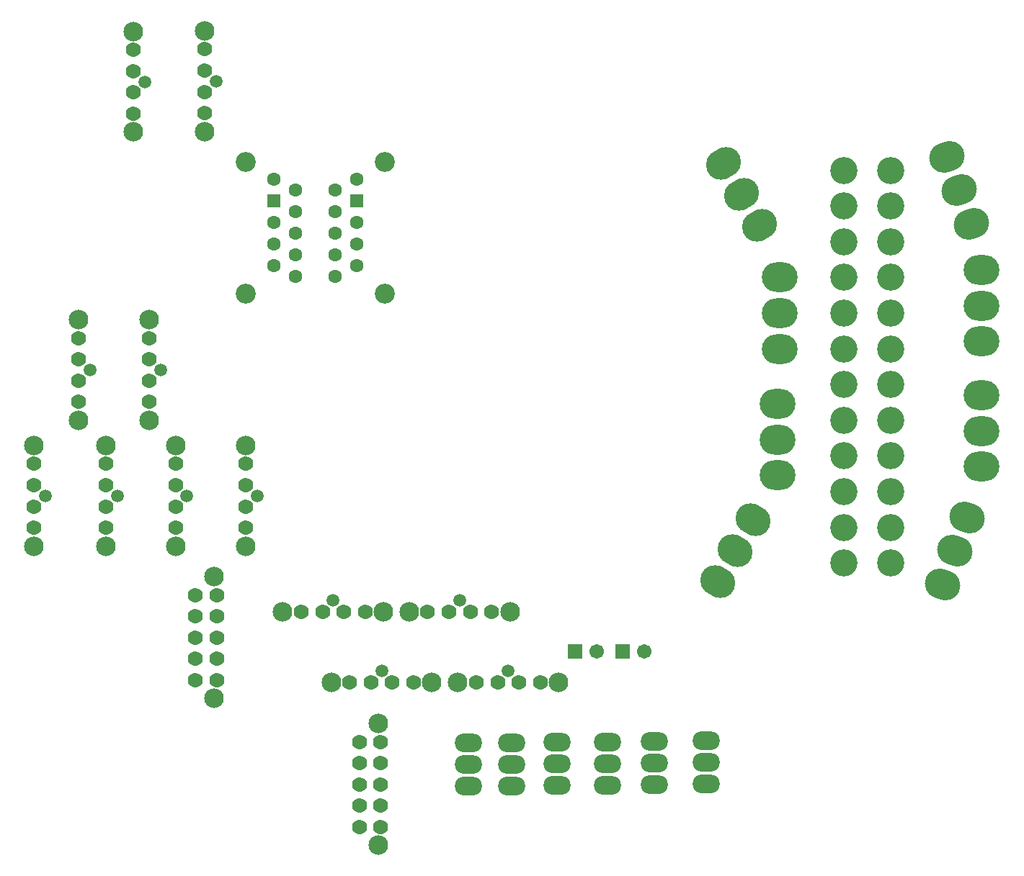
<source format=gbs>
G04*
G04 #@! TF.GenerationSoftware,Altium Limited,Altium Designer,18.1.9 (240)*
G04*
G04 Layer_Color=16711935*
%FSLAX25Y25*%
%MOIN*%
G70*
G01*
G75*
%ADD17R,0.06706X0.06706*%
%ADD18C,0.06706*%
%ADD19C,0.05918*%
%ADD20C,0.06942*%
%ADD21C,0.09068*%
%ADD22O,0.12611X0.08674*%
%ADD23C,0.12611*%
G04:AMPARAMS|DCode=24|XSize=137.92mil|YSize=165.48mil|CornerRadius=0mil|HoleSize=0mil|Usage=FLASHONLY|Rotation=60.000|XOffset=0mil|YOffset=0mil|HoleType=Round|Shape=Round|*
%AMOVALD24*
21,1,0.02756,0.13792,0.00000,0.00000,150.0*
1,1,0.13792,0.01193,-0.00689*
1,1,0.13792,-0.01193,0.00689*
%
%ADD24OVALD24*%

G04:AMPARAMS|DCode=25|XSize=137.92mil|YSize=165.48mil|CornerRadius=0mil|HoleSize=0mil|Usage=FLASHONLY|Rotation=250.000|XOffset=0mil|YOffset=0mil|HoleType=Round|Shape=Round|*
%AMOVALD25*
21,1,0.02756,0.13792,0.00000,0.00000,340.0*
1,1,0.13792,-0.01295,0.00471*
1,1,0.13792,0.01295,-0.00471*
%
%ADD25OVALD25*%

%ADD26O,0.16548X0.13792*%
G04:AMPARAMS|DCode=27|XSize=137.92mil|YSize=165.48mil|CornerRadius=0mil|HoleSize=0mil|Usage=FLASHONLY|Rotation=120.000|XOffset=0mil|YOffset=0mil|HoleType=Round|Shape=Round|*
%AMOVALD27*
21,1,0.02756,0.13792,0.00000,0.00000,210.0*
1,1,0.13792,0.01193,0.00689*
1,1,0.13792,-0.01193,-0.00689*
%
%ADD27OVALD27*%

%ADD28C,0.06312*%
%ADD29R,0.06312X0.06312*%
%ADD30C,0.09265*%
G04:AMPARAMS|DCode=31|XSize=137.92mil|YSize=165.48mil|CornerRadius=0mil|HoleSize=0mil|Usage=FLASHONLY|Rotation=290.000|XOffset=0mil|YOffset=0mil|HoleType=Round|Shape=Round|*
%AMOVALD31*
21,1,0.02756,0.13792,0.00000,0.00000,20.0*
1,1,0.13792,-0.01295,-0.00471*
1,1,0.13792,0.01295,0.00471*
%
%ADD31OVALD31*%

D17*
X287000Y112500D02*
D03*
X309000D02*
D03*
D18*
X297000D02*
D03*
X319000D02*
D03*
D19*
X121000Y376500D02*
D03*
X87776Y376236D02*
D03*
X75177Y184500D02*
D03*
X140000D02*
D03*
X42000D02*
D03*
X107401D02*
D03*
X95177Y242764D02*
D03*
X62677Y242736D02*
D03*
X197421Y103429D02*
D03*
X256000Y103500D02*
D03*
X175000Y136000D02*
D03*
X233500D02*
D03*
D20*
X115724Y391264D02*
D03*
Y381421D02*
D03*
Y371579D02*
D03*
Y361736D02*
D03*
X82500Y391000D02*
D03*
Y381157D02*
D03*
Y371315D02*
D03*
Y361472D02*
D03*
X187157Y31157D02*
D03*
X197000D02*
D03*
X187157Y41000D02*
D03*
X197000D02*
D03*
X187157Y50842D02*
D03*
Y60685D02*
D03*
X197000Y70528D02*
D03*
Y60685D02*
D03*
Y50842D02*
D03*
X187157Y70528D02*
D03*
X69901Y199264D02*
D03*
Y189421D02*
D03*
Y179579D02*
D03*
Y169736D02*
D03*
X134724D02*
D03*
Y179579D02*
D03*
Y189421D02*
D03*
Y199264D02*
D03*
X36724D02*
D03*
Y189421D02*
D03*
Y179579D02*
D03*
Y169736D02*
D03*
X102126D02*
D03*
Y179579D02*
D03*
Y189421D02*
D03*
Y199264D02*
D03*
X89901Y228000D02*
D03*
Y237842D02*
D03*
Y247685D02*
D03*
Y257528D02*
D03*
X57401Y257500D02*
D03*
Y247657D02*
D03*
Y237815D02*
D03*
Y227972D02*
D03*
X212185Y98154D02*
D03*
X202343D02*
D03*
X192500D02*
D03*
X182658D02*
D03*
X270764Y98224D02*
D03*
X260921D02*
D03*
X251079D02*
D03*
X241236D02*
D03*
X111252Y99158D02*
D03*
X121095D02*
D03*
X111252Y109000D02*
D03*
X121095D02*
D03*
X111252Y118842D02*
D03*
Y128685D02*
D03*
X121095Y138528D02*
D03*
Y128685D02*
D03*
Y118842D02*
D03*
X111252Y138528D02*
D03*
X189764Y130724D02*
D03*
X179921D02*
D03*
X170079D02*
D03*
X160236D02*
D03*
X248264D02*
D03*
X238421D02*
D03*
X228579D02*
D03*
X218736D02*
D03*
D21*
X115724Y353193D02*
D03*
Y399807D02*
D03*
X82500Y352929D02*
D03*
Y399543D02*
D03*
X195858Y22614D02*
D03*
Y79071D02*
D03*
X69901Y161193D02*
D03*
Y207807D02*
D03*
X134724D02*
D03*
Y161193D02*
D03*
X36724D02*
D03*
Y207807D02*
D03*
X102126D02*
D03*
Y161193D02*
D03*
X89901Y266071D02*
D03*
Y219457D02*
D03*
X57401Y219429D02*
D03*
Y266043D02*
D03*
X174114Y98154D02*
D03*
X220728D02*
D03*
X232693Y98224D02*
D03*
X279307D02*
D03*
X119953Y90614D02*
D03*
Y147071D02*
D03*
X151693Y130724D02*
D03*
X198307D02*
D03*
X210193D02*
D03*
X256807D02*
D03*
D22*
X323500Y70685D02*
D03*
Y60685D02*
D03*
Y50685D02*
D03*
X237500Y70000D02*
D03*
Y60000D02*
D03*
Y50000D02*
D03*
X278500Y70429D02*
D03*
Y60429D02*
D03*
Y50429D02*
D03*
X347500Y71000D02*
D03*
Y61000D02*
D03*
Y51000D02*
D03*
X302000Y70429D02*
D03*
Y60429D02*
D03*
Y50429D02*
D03*
X257500Y70000D02*
D03*
Y60000D02*
D03*
Y50000D02*
D03*
D23*
X433000Y153323D02*
D03*
Y169858D02*
D03*
Y186394D02*
D03*
Y202929D02*
D03*
Y219465D02*
D03*
Y236000D02*
D03*
Y252535D02*
D03*
Y269071D02*
D03*
Y285606D02*
D03*
Y302142D02*
D03*
Y318677D02*
D03*
Y335213D02*
D03*
X411346Y153323D02*
D03*
Y169858D02*
D03*
Y186394D02*
D03*
Y202929D02*
D03*
Y219465D02*
D03*
Y236000D02*
D03*
Y252535D02*
D03*
Y269071D02*
D03*
Y285606D02*
D03*
Y302142D02*
D03*
Y318677D02*
D03*
Y335213D02*
D03*
D24*
X352750Y144711D02*
D03*
X361000Y159000D02*
D03*
X369285Y173351D02*
D03*
D25*
X468143Y174505D02*
D03*
X462500Y159000D02*
D03*
X456832Y143429D02*
D03*
D26*
X380500Y194000D02*
D03*
Y210500D02*
D03*
Y227071D02*
D03*
X475000Y231000D02*
D03*
Y214500D02*
D03*
Y197929D02*
D03*
X381500Y252571D02*
D03*
Y269071D02*
D03*
Y285642D02*
D03*
X475000Y289000D02*
D03*
Y272500D02*
D03*
Y255929D02*
D03*
D27*
X372250Y309711D02*
D03*
X364000Y324000D02*
D03*
X355715Y338351D02*
D03*
D28*
X157500Y286000D02*
D03*
X147500Y291000D02*
D03*
X157500Y296000D02*
D03*
X147500Y301000D02*
D03*
X157500Y306000D02*
D03*
X147500Y311000D02*
D03*
X157500Y316000D02*
D03*
Y326000D02*
D03*
X147500Y331000D02*
D03*
X176000Y286000D02*
D03*
X186000Y291000D02*
D03*
X176000Y296000D02*
D03*
X186000Y301000D02*
D03*
X176000Y306000D02*
D03*
X186000Y311000D02*
D03*
X176000Y316000D02*
D03*
Y326000D02*
D03*
X186000Y331000D02*
D03*
D29*
X147500Y321000D02*
D03*
X186000D02*
D03*
D30*
X134508Y338992D02*
D03*
Y278008D02*
D03*
X198992Y338992D02*
D03*
Y278008D02*
D03*
D31*
X458857Y341505D02*
D03*
X464500Y326000D02*
D03*
X470168Y310429D02*
D03*
M02*

</source>
